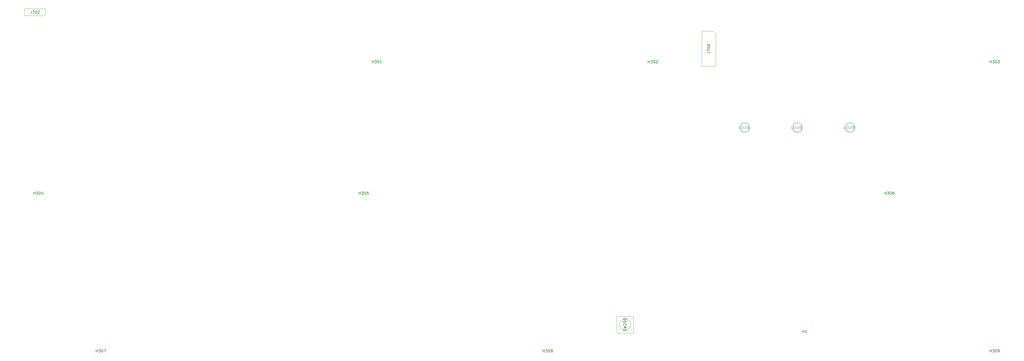
<source format=gbr>
G04 #@! TF.GenerationSoftware,KiCad,Pcbnew,7.0.2*
G04 #@! TF.CreationDate,2023-05-19T23:45:26-04:00*
G04 #@! TF.ProjectId,Boston-keyboard-V082DHA,426f7374-6f6e-42d6-9b65-79626f617264,rev?*
G04 #@! TF.SameCoordinates,Original*
G04 #@! TF.FileFunction,AssemblyDrawing,Top*
%FSLAX46Y46*%
G04 Gerber Fmt 4.6, Leading zero omitted, Abs format (unit mm)*
G04 Created by KiCad (PCBNEW 7.0.2) date 2023-05-19 23:45:26*
%MOMM*%
%LPD*%
G01*
G04 APERTURE LIST*
%ADD10C,0.150000*%
%ADD11C,0.120000*%
%ADD12C,0.100000*%
G04 APERTURE END LIST*
D10*
X358431595Y-147112119D02*
X358431595Y-146112119D01*
X358431595Y-146588309D02*
X359003023Y-146588309D01*
X359003023Y-147112119D02*
X359003023Y-146112119D01*
X360003023Y-147112119D02*
X359431595Y-147112119D01*
X359717309Y-147112119D02*
X359717309Y-146112119D01*
X359717309Y-146112119D02*
X359622071Y-146254976D01*
X359622071Y-146254976D02*
X359526833Y-146350214D01*
X359526833Y-146350214D02*
X359431595Y-146397833D01*
X302410914Y-49362611D02*
X302410914Y-48362611D01*
X302410914Y-48838801D02*
X302982342Y-48838801D01*
X302982342Y-49362611D02*
X302982342Y-48362611D01*
X303363295Y-48362611D02*
X303982342Y-48362611D01*
X303982342Y-48362611D02*
X303649009Y-48743563D01*
X303649009Y-48743563D02*
X303791866Y-48743563D01*
X303791866Y-48743563D02*
X303887104Y-48791182D01*
X303887104Y-48791182D02*
X303934723Y-48838801D01*
X303934723Y-48838801D02*
X303982342Y-48934039D01*
X303982342Y-48934039D02*
X303982342Y-49172134D01*
X303982342Y-49172134D02*
X303934723Y-49267372D01*
X303934723Y-49267372D02*
X303887104Y-49314992D01*
X303887104Y-49314992D02*
X303791866Y-49362611D01*
X303791866Y-49362611D02*
X303506152Y-49362611D01*
X303506152Y-49362611D02*
X303410914Y-49314992D01*
X303410914Y-49314992D02*
X303363295Y-49267372D01*
X304601390Y-48362611D02*
X304696628Y-48362611D01*
X304696628Y-48362611D02*
X304791866Y-48410230D01*
X304791866Y-48410230D02*
X304839485Y-48457849D01*
X304839485Y-48457849D02*
X304887104Y-48553087D01*
X304887104Y-48553087D02*
X304934723Y-48743563D01*
X304934723Y-48743563D02*
X304934723Y-48981658D01*
X304934723Y-48981658D02*
X304887104Y-49172134D01*
X304887104Y-49172134D02*
X304839485Y-49267372D01*
X304839485Y-49267372D02*
X304791866Y-49314992D01*
X304791866Y-49314992D02*
X304696628Y-49362611D01*
X304696628Y-49362611D02*
X304601390Y-49362611D01*
X304601390Y-49362611D02*
X304506152Y-49314992D01*
X304506152Y-49314992D02*
X304458533Y-49267372D01*
X304458533Y-49267372D02*
X304410914Y-49172134D01*
X304410914Y-49172134D02*
X304363295Y-48981658D01*
X304363295Y-48981658D02*
X304363295Y-48743563D01*
X304363295Y-48743563D02*
X304410914Y-48553087D01*
X304410914Y-48553087D02*
X304458533Y-48457849D01*
X304458533Y-48457849D02*
X304506152Y-48410230D01*
X304506152Y-48410230D02*
X304601390Y-48362611D01*
X305315676Y-48457849D02*
X305363295Y-48410230D01*
X305363295Y-48410230D02*
X305458533Y-48362611D01*
X305458533Y-48362611D02*
X305696628Y-48362611D01*
X305696628Y-48362611D02*
X305791866Y-48410230D01*
X305791866Y-48410230D02*
X305839485Y-48457849D01*
X305839485Y-48457849D02*
X305887104Y-48553087D01*
X305887104Y-48553087D02*
X305887104Y-48648325D01*
X305887104Y-48648325D02*
X305839485Y-48791182D01*
X305839485Y-48791182D02*
X305268057Y-49362611D01*
X305268057Y-49362611D02*
X305887104Y-49362611D01*
X388135986Y-96987651D02*
X388135986Y-95987651D01*
X388135986Y-96463841D02*
X388707414Y-96463841D01*
X388707414Y-96987651D02*
X388707414Y-95987651D01*
X389088367Y-95987651D02*
X389707414Y-95987651D01*
X389707414Y-95987651D02*
X389374081Y-96368603D01*
X389374081Y-96368603D02*
X389516938Y-96368603D01*
X389516938Y-96368603D02*
X389612176Y-96416222D01*
X389612176Y-96416222D02*
X389659795Y-96463841D01*
X389659795Y-96463841D02*
X389707414Y-96559079D01*
X389707414Y-96559079D02*
X389707414Y-96797174D01*
X389707414Y-96797174D02*
X389659795Y-96892412D01*
X389659795Y-96892412D02*
X389612176Y-96940032D01*
X389612176Y-96940032D02*
X389516938Y-96987651D01*
X389516938Y-96987651D02*
X389231224Y-96987651D01*
X389231224Y-96987651D02*
X389135986Y-96940032D01*
X389135986Y-96940032D02*
X389088367Y-96892412D01*
X390326462Y-95987651D02*
X390421700Y-95987651D01*
X390421700Y-95987651D02*
X390516938Y-96035270D01*
X390516938Y-96035270D02*
X390564557Y-96082889D01*
X390564557Y-96082889D02*
X390612176Y-96178127D01*
X390612176Y-96178127D02*
X390659795Y-96368603D01*
X390659795Y-96368603D02*
X390659795Y-96606698D01*
X390659795Y-96606698D02*
X390612176Y-96797174D01*
X390612176Y-96797174D02*
X390564557Y-96892412D01*
X390564557Y-96892412D02*
X390516938Y-96940032D01*
X390516938Y-96940032D02*
X390421700Y-96987651D01*
X390421700Y-96987651D02*
X390326462Y-96987651D01*
X390326462Y-96987651D02*
X390231224Y-96940032D01*
X390231224Y-96940032D02*
X390183605Y-96892412D01*
X390183605Y-96892412D02*
X390135986Y-96797174D01*
X390135986Y-96797174D02*
X390088367Y-96606698D01*
X390088367Y-96606698D02*
X390088367Y-96368603D01*
X390088367Y-96368603D02*
X390135986Y-96178127D01*
X390135986Y-96178127D02*
X390183605Y-96082889D01*
X390183605Y-96082889D02*
X390231224Y-96035270D01*
X390231224Y-96035270D02*
X390326462Y-95987651D01*
X391516938Y-95987651D02*
X391326462Y-95987651D01*
X391326462Y-95987651D02*
X391231224Y-96035270D01*
X391231224Y-96035270D02*
X391183605Y-96082889D01*
X391183605Y-96082889D02*
X391088367Y-96225746D01*
X391088367Y-96225746D02*
X391040748Y-96416222D01*
X391040748Y-96416222D02*
X391040748Y-96797174D01*
X391040748Y-96797174D02*
X391088367Y-96892412D01*
X391088367Y-96892412D02*
X391135986Y-96940032D01*
X391135986Y-96940032D02*
X391231224Y-96987651D01*
X391231224Y-96987651D02*
X391421700Y-96987651D01*
X391421700Y-96987651D02*
X391516938Y-96940032D01*
X391516938Y-96940032D02*
X391564557Y-96892412D01*
X391564557Y-96892412D02*
X391612176Y-96797174D01*
X391612176Y-96797174D02*
X391612176Y-96559079D01*
X391612176Y-96559079D02*
X391564557Y-96463841D01*
X391564557Y-96463841D02*
X391516938Y-96416222D01*
X391516938Y-96416222D02*
X391421700Y-96368603D01*
X391421700Y-96368603D02*
X391231224Y-96368603D01*
X391231224Y-96368603D02*
X391135986Y-96416222D01*
X391135986Y-96416222D02*
X391088367Y-96463841D01*
X391088367Y-96463841D02*
X391040748Y-96559079D01*
X426236018Y-49362611D02*
X426236018Y-48362611D01*
X426236018Y-48838801D02*
X426807446Y-48838801D01*
X426807446Y-49362611D02*
X426807446Y-48362611D01*
X427188399Y-48362611D02*
X427807446Y-48362611D01*
X427807446Y-48362611D02*
X427474113Y-48743563D01*
X427474113Y-48743563D02*
X427616970Y-48743563D01*
X427616970Y-48743563D02*
X427712208Y-48791182D01*
X427712208Y-48791182D02*
X427759827Y-48838801D01*
X427759827Y-48838801D02*
X427807446Y-48934039D01*
X427807446Y-48934039D02*
X427807446Y-49172134D01*
X427807446Y-49172134D02*
X427759827Y-49267372D01*
X427759827Y-49267372D02*
X427712208Y-49314992D01*
X427712208Y-49314992D02*
X427616970Y-49362611D01*
X427616970Y-49362611D02*
X427331256Y-49362611D01*
X427331256Y-49362611D02*
X427236018Y-49314992D01*
X427236018Y-49314992D02*
X427188399Y-49267372D01*
X428426494Y-48362611D02*
X428521732Y-48362611D01*
X428521732Y-48362611D02*
X428616970Y-48410230D01*
X428616970Y-48410230D02*
X428664589Y-48457849D01*
X428664589Y-48457849D02*
X428712208Y-48553087D01*
X428712208Y-48553087D02*
X428759827Y-48743563D01*
X428759827Y-48743563D02*
X428759827Y-48981658D01*
X428759827Y-48981658D02*
X428712208Y-49172134D01*
X428712208Y-49172134D02*
X428664589Y-49267372D01*
X428664589Y-49267372D02*
X428616970Y-49314992D01*
X428616970Y-49314992D02*
X428521732Y-49362611D01*
X428521732Y-49362611D02*
X428426494Y-49362611D01*
X428426494Y-49362611D02*
X428331256Y-49314992D01*
X428331256Y-49314992D02*
X428283637Y-49267372D01*
X428283637Y-49267372D02*
X428236018Y-49172134D01*
X428236018Y-49172134D02*
X428188399Y-48981658D01*
X428188399Y-48981658D02*
X428188399Y-48743563D01*
X428188399Y-48743563D02*
X428236018Y-48553087D01*
X428236018Y-48553087D02*
X428283637Y-48457849D01*
X428283637Y-48457849D02*
X428331256Y-48410230D01*
X428331256Y-48410230D02*
X428426494Y-48362611D01*
X429093161Y-48362611D02*
X429712208Y-48362611D01*
X429712208Y-48362611D02*
X429378875Y-48743563D01*
X429378875Y-48743563D02*
X429521732Y-48743563D01*
X429521732Y-48743563D02*
X429616970Y-48791182D01*
X429616970Y-48791182D02*
X429664589Y-48838801D01*
X429664589Y-48838801D02*
X429712208Y-48934039D01*
X429712208Y-48934039D02*
X429712208Y-49172134D01*
X429712208Y-49172134D02*
X429664589Y-49267372D01*
X429664589Y-49267372D02*
X429616970Y-49314992D01*
X429616970Y-49314992D02*
X429521732Y-49362611D01*
X429521732Y-49362611D02*
X429236018Y-49362611D01*
X429236018Y-49362611D02*
X429140780Y-49314992D01*
X429140780Y-49314992D02*
X429093161Y-49267372D01*
D11*
X335605356Y-73082595D02*
X335224404Y-73082595D01*
X335224404Y-73082595D02*
X335224404Y-72282595D01*
X335872023Y-72663547D02*
X336138689Y-72663547D01*
X336252975Y-73082595D02*
X335872023Y-73082595D01*
X335872023Y-73082595D02*
X335872023Y-72282595D01*
X335872023Y-72282595D02*
X336252975Y-72282595D01*
X336595833Y-73082595D02*
X336595833Y-72282595D01*
X336595833Y-72282595D02*
X336786309Y-72282595D01*
X336786309Y-72282595D02*
X336900595Y-72320690D01*
X336900595Y-72320690D02*
X336976785Y-72396880D01*
X336976785Y-72396880D02*
X337014880Y-72473071D01*
X337014880Y-72473071D02*
X337052976Y-72625452D01*
X337052976Y-72625452D02*
X337052976Y-72739738D01*
X337052976Y-72739738D02*
X337014880Y-72892119D01*
X337014880Y-72892119D02*
X336976785Y-72968309D01*
X336976785Y-72968309D02*
X336900595Y-73044500D01*
X336900595Y-73044500D02*
X336786309Y-73082595D01*
X336786309Y-73082595D02*
X336595833Y-73082595D01*
X337357737Y-72358785D02*
X337395833Y-72320690D01*
X337395833Y-72320690D02*
X337472023Y-72282595D01*
X337472023Y-72282595D02*
X337662499Y-72282595D01*
X337662499Y-72282595D02*
X337738690Y-72320690D01*
X337738690Y-72320690D02*
X337776785Y-72358785D01*
X337776785Y-72358785D02*
X337814880Y-72434976D01*
X337814880Y-72434976D02*
X337814880Y-72511166D01*
X337814880Y-72511166D02*
X337776785Y-72625452D01*
X337776785Y-72625452D02*
X337319642Y-73082595D01*
X337319642Y-73082595D02*
X337814880Y-73082595D01*
X338310119Y-72282595D02*
X338386309Y-72282595D01*
X338386309Y-72282595D02*
X338462500Y-72320690D01*
X338462500Y-72320690D02*
X338500595Y-72358785D01*
X338500595Y-72358785D02*
X338538690Y-72434976D01*
X338538690Y-72434976D02*
X338576785Y-72587357D01*
X338576785Y-72587357D02*
X338576785Y-72777833D01*
X338576785Y-72777833D02*
X338538690Y-72930214D01*
X338538690Y-72930214D02*
X338500595Y-73006404D01*
X338500595Y-73006404D02*
X338462500Y-73044500D01*
X338462500Y-73044500D02*
X338386309Y-73082595D01*
X338386309Y-73082595D02*
X338310119Y-73082595D01*
X338310119Y-73082595D02*
X338233928Y-73044500D01*
X338233928Y-73044500D02*
X338195833Y-73006404D01*
X338195833Y-73006404D02*
X338157738Y-72930214D01*
X338157738Y-72930214D02*
X338119642Y-72777833D01*
X338119642Y-72777833D02*
X338119642Y-72587357D01*
X338119642Y-72587357D02*
X338157738Y-72434976D01*
X338157738Y-72434976D02*
X338195833Y-72358785D01*
X338195833Y-72358785D02*
X338233928Y-72320690D01*
X338233928Y-72320690D02*
X338310119Y-72282595D01*
X339338690Y-73082595D02*
X338881547Y-73082595D01*
X339110119Y-73082595D02*
X339110119Y-72282595D01*
X339110119Y-72282595D02*
X339033928Y-72396880D01*
X339033928Y-72396880D02*
X338957738Y-72473071D01*
X338957738Y-72473071D02*
X338881547Y-72511166D01*
X354655356Y-73082595D02*
X354274404Y-73082595D01*
X354274404Y-73082595D02*
X354274404Y-72282595D01*
X354922023Y-72663547D02*
X355188689Y-72663547D01*
X355302975Y-73082595D02*
X354922023Y-73082595D01*
X354922023Y-73082595D02*
X354922023Y-72282595D01*
X354922023Y-72282595D02*
X355302975Y-72282595D01*
X355645833Y-73082595D02*
X355645833Y-72282595D01*
X355645833Y-72282595D02*
X355836309Y-72282595D01*
X355836309Y-72282595D02*
X355950595Y-72320690D01*
X355950595Y-72320690D02*
X356026785Y-72396880D01*
X356026785Y-72396880D02*
X356064880Y-72473071D01*
X356064880Y-72473071D02*
X356102976Y-72625452D01*
X356102976Y-72625452D02*
X356102976Y-72739738D01*
X356102976Y-72739738D02*
X356064880Y-72892119D01*
X356064880Y-72892119D02*
X356026785Y-72968309D01*
X356026785Y-72968309D02*
X355950595Y-73044500D01*
X355950595Y-73044500D02*
X355836309Y-73082595D01*
X355836309Y-73082595D02*
X355645833Y-73082595D01*
X356407737Y-72358785D02*
X356445833Y-72320690D01*
X356445833Y-72320690D02*
X356522023Y-72282595D01*
X356522023Y-72282595D02*
X356712499Y-72282595D01*
X356712499Y-72282595D02*
X356788690Y-72320690D01*
X356788690Y-72320690D02*
X356826785Y-72358785D01*
X356826785Y-72358785D02*
X356864880Y-72434976D01*
X356864880Y-72434976D02*
X356864880Y-72511166D01*
X356864880Y-72511166D02*
X356826785Y-72625452D01*
X356826785Y-72625452D02*
X356369642Y-73082595D01*
X356369642Y-73082595D02*
X356864880Y-73082595D01*
X357360119Y-72282595D02*
X357436309Y-72282595D01*
X357436309Y-72282595D02*
X357512500Y-72320690D01*
X357512500Y-72320690D02*
X357550595Y-72358785D01*
X357550595Y-72358785D02*
X357588690Y-72434976D01*
X357588690Y-72434976D02*
X357626785Y-72587357D01*
X357626785Y-72587357D02*
X357626785Y-72777833D01*
X357626785Y-72777833D02*
X357588690Y-72930214D01*
X357588690Y-72930214D02*
X357550595Y-73006404D01*
X357550595Y-73006404D02*
X357512500Y-73044500D01*
X357512500Y-73044500D02*
X357436309Y-73082595D01*
X357436309Y-73082595D02*
X357360119Y-73082595D01*
X357360119Y-73082595D02*
X357283928Y-73044500D01*
X357283928Y-73044500D02*
X357245833Y-73006404D01*
X357245833Y-73006404D02*
X357207738Y-72930214D01*
X357207738Y-72930214D02*
X357169642Y-72777833D01*
X357169642Y-72777833D02*
X357169642Y-72587357D01*
X357169642Y-72587357D02*
X357207738Y-72434976D01*
X357207738Y-72434976D02*
X357245833Y-72358785D01*
X357245833Y-72358785D02*
X357283928Y-72320690D01*
X357283928Y-72320690D02*
X357360119Y-72282595D01*
X357931547Y-72358785D02*
X357969643Y-72320690D01*
X357969643Y-72320690D02*
X358045833Y-72282595D01*
X358045833Y-72282595D02*
X358236309Y-72282595D01*
X358236309Y-72282595D02*
X358312500Y-72320690D01*
X358312500Y-72320690D02*
X358350595Y-72358785D01*
X358350595Y-72358785D02*
X358388690Y-72434976D01*
X358388690Y-72434976D02*
X358388690Y-72511166D01*
X358388690Y-72511166D02*
X358350595Y-72625452D01*
X358350595Y-72625452D02*
X357893452Y-73082595D01*
X357893452Y-73082595D02*
X358388690Y-73082595D01*
D10*
X294415000Y-146435713D02*
X294462619Y-146292856D01*
X294462619Y-146292856D02*
X294462619Y-146054761D01*
X294462619Y-146054761D02*
X294415000Y-145959523D01*
X294415000Y-145959523D02*
X294367380Y-145911904D01*
X294367380Y-145911904D02*
X294272142Y-145864285D01*
X294272142Y-145864285D02*
X294176904Y-145864285D01*
X294176904Y-145864285D02*
X294081666Y-145911904D01*
X294081666Y-145911904D02*
X294034047Y-145959523D01*
X294034047Y-145959523D02*
X293986428Y-146054761D01*
X293986428Y-146054761D02*
X293938809Y-146245237D01*
X293938809Y-146245237D02*
X293891190Y-146340475D01*
X293891190Y-146340475D02*
X293843571Y-146388094D01*
X293843571Y-146388094D02*
X293748333Y-146435713D01*
X293748333Y-146435713D02*
X293653095Y-146435713D01*
X293653095Y-146435713D02*
X293557857Y-146388094D01*
X293557857Y-146388094D02*
X293510238Y-146340475D01*
X293510238Y-146340475D02*
X293462619Y-146245237D01*
X293462619Y-146245237D02*
X293462619Y-146007142D01*
X293462619Y-146007142D02*
X293510238Y-145864285D01*
X293462619Y-145530951D02*
X294462619Y-145292856D01*
X294462619Y-145292856D02*
X293748333Y-145102380D01*
X293748333Y-145102380D02*
X294462619Y-144911904D01*
X294462619Y-144911904D02*
X293462619Y-144673809D01*
X293557857Y-144340475D02*
X293510238Y-144292856D01*
X293510238Y-144292856D02*
X293462619Y-144197618D01*
X293462619Y-144197618D02*
X293462619Y-143959523D01*
X293462619Y-143959523D02*
X293510238Y-143864285D01*
X293510238Y-143864285D02*
X293557857Y-143816666D01*
X293557857Y-143816666D02*
X293653095Y-143769047D01*
X293653095Y-143769047D02*
X293748333Y-143769047D01*
X293748333Y-143769047D02*
X293891190Y-143816666D01*
X293891190Y-143816666D02*
X294462619Y-144388094D01*
X294462619Y-144388094D02*
X294462619Y-143769047D01*
X293462619Y-143149999D02*
X293462619Y-143054761D01*
X293462619Y-143054761D02*
X293510238Y-142959523D01*
X293510238Y-142959523D02*
X293557857Y-142911904D01*
X293557857Y-142911904D02*
X293653095Y-142864285D01*
X293653095Y-142864285D02*
X293843571Y-142816666D01*
X293843571Y-142816666D02*
X294081666Y-142816666D01*
X294081666Y-142816666D02*
X294272142Y-142864285D01*
X294272142Y-142864285D02*
X294367380Y-142911904D01*
X294367380Y-142911904D02*
X294415000Y-142959523D01*
X294415000Y-142959523D02*
X294462619Y-143054761D01*
X294462619Y-143054761D02*
X294462619Y-143149999D01*
X294462619Y-143149999D02*
X294415000Y-143245237D01*
X294415000Y-143245237D02*
X294367380Y-143292856D01*
X294367380Y-143292856D02*
X294272142Y-143340475D01*
X294272142Y-143340475D02*
X294081666Y-143388094D01*
X294081666Y-143388094D02*
X293843571Y-143388094D01*
X293843571Y-143388094D02*
X293653095Y-143340475D01*
X293653095Y-143340475D02*
X293557857Y-143292856D01*
X293557857Y-143292856D02*
X293510238Y-143245237D01*
X293510238Y-143245237D02*
X293462619Y-143149999D01*
X293462619Y-142197618D02*
X293462619Y-142102380D01*
X293462619Y-142102380D02*
X293510238Y-142007142D01*
X293510238Y-142007142D02*
X293557857Y-141959523D01*
X293557857Y-141959523D02*
X293653095Y-141911904D01*
X293653095Y-141911904D02*
X293843571Y-141864285D01*
X293843571Y-141864285D02*
X294081666Y-141864285D01*
X294081666Y-141864285D02*
X294272142Y-141911904D01*
X294272142Y-141911904D02*
X294367380Y-141959523D01*
X294367380Y-141959523D02*
X294415000Y-142007142D01*
X294415000Y-142007142D02*
X294462619Y-142102380D01*
X294462619Y-142102380D02*
X294462619Y-142197618D01*
X294462619Y-142197618D02*
X294415000Y-142292856D01*
X294415000Y-142292856D02*
X294367380Y-142340475D01*
X294367380Y-142340475D02*
X294272142Y-142388094D01*
X294272142Y-142388094D02*
X294081666Y-142435713D01*
X294081666Y-142435713D02*
X293843571Y-142435713D01*
X293843571Y-142435713D02*
X293653095Y-142388094D01*
X293653095Y-142388094D02*
X293557857Y-142340475D01*
X293557857Y-142340475D02*
X293510238Y-142292856D01*
X293510238Y-142292856D02*
X293462619Y-142197618D01*
X78999285Y-30412619D02*
X78999285Y-31126904D01*
X78999285Y-31126904D02*
X78951666Y-31269761D01*
X78951666Y-31269761D02*
X78856428Y-31365000D01*
X78856428Y-31365000D02*
X78713571Y-31412619D01*
X78713571Y-31412619D02*
X78618333Y-31412619D01*
X79380238Y-30412619D02*
X80046904Y-30412619D01*
X80046904Y-30412619D02*
X79618333Y-31412619D01*
X80618333Y-30412619D02*
X80713571Y-30412619D01*
X80713571Y-30412619D02*
X80808809Y-30460238D01*
X80808809Y-30460238D02*
X80856428Y-30507857D01*
X80856428Y-30507857D02*
X80904047Y-30603095D01*
X80904047Y-30603095D02*
X80951666Y-30793571D01*
X80951666Y-30793571D02*
X80951666Y-31031666D01*
X80951666Y-31031666D02*
X80904047Y-31222142D01*
X80904047Y-31222142D02*
X80856428Y-31317380D01*
X80856428Y-31317380D02*
X80808809Y-31365000D01*
X80808809Y-31365000D02*
X80713571Y-31412619D01*
X80713571Y-31412619D02*
X80618333Y-31412619D01*
X80618333Y-31412619D02*
X80523095Y-31365000D01*
X80523095Y-31365000D02*
X80475476Y-31317380D01*
X80475476Y-31317380D02*
X80427857Y-31222142D01*
X80427857Y-31222142D02*
X80380238Y-31031666D01*
X80380238Y-31031666D02*
X80380238Y-30793571D01*
X80380238Y-30793571D02*
X80427857Y-30603095D01*
X80427857Y-30603095D02*
X80475476Y-30507857D01*
X80475476Y-30507857D02*
X80523095Y-30460238D01*
X80523095Y-30460238D02*
X80618333Y-30412619D01*
X81332619Y-30507857D02*
X81380238Y-30460238D01*
X81380238Y-30460238D02*
X81475476Y-30412619D01*
X81475476Y-30412619D02*
X81713571Y-30412619D01*
X81713571Y-30412619D02*
X81808809Y-30460238D01*
X81808809Y-30460238D02*
X81856428Y-30507857D01*
X81856428Y-30507857D02*
X81904047Y-30603095D01*
X81904047Y-30603095D02*
X81904047Y-30698333D01*
X81904047Y-30698333D02*
X81856428Y-30841190D01*
X81856428Y-30841190D02*
X81285000Y-31412619D01*
X81285000Y-31412619D02*
X81904047Y-31412619D01*
X264310882Y-154137699D02*
X264310882Y-153137699D01*
X264310882Y-153613889D02*
X264882310Y-153613889D01*
X264882310Y-154137699D02*
X264882310Y-153137699D01*
X265263263Y-153137699D02*
X265882310Y-153137699D01*
X265882310Y-153137699D02*
X265548977Y-153518651D01*
X265548977Y-153518651D02*
X265691834Y-153518651D01*
X265691834Y-153518651D02*
X265787072Y-153566270D01*
X265787072Y-153566270D02*
X265834691Y-153613889D01*
X265834691Y-153613889D02*
X265882310Y-153709127D01*
X265882310Y-153709127D02*
X265882310Y-153947222D01*
X265882310Y-153947222D02*
X265834691Y-154042460D01*
X265834691Y-154042460D02*
X265787072Y-154090080D01*
X265787072Y-154090080D02*
X265691834Y-154137699D01*
X265691834Y-154137699D02*
X265406120Y-154137699D01*
X265406120Y-154137699D02*
X265310882Y-154090080D01*
X265310882Y-154090080D02*
X265263263Y-154042460D01*
X266501358Y-153137699D02*
X266596596Y-153137699D01*
X266596596Y-153137699D02*
X266691834Y-153185318D01*
X266691834Y-153185318D02*
X266739453Y-153232937D01*
X266739453Y-153232937D02*
X266787072Y-153328175D01*
X266787072Y-153328175D02*
X266834691Y-153518651D01*
X266834691Y-153518651D02*
X266834691Y-153756746D01*
X266834691Y-153756746D02*
X266787072Y-153947222D01*
X266787072Y-153947222D02*
X266739453Y-154042460D01*
X266739453Y-154042460D02*
X266691834Y-154090080D01*
X266691834Y-154090080D02*
X266596596Y-154137699D01*
X266596596Y-154137699D02*
X266501358Y-154137699D01*
X266501358Y-154137699D02*
X266406120Y-154090080D01*
X266406120Y-154090080D02*
X266358501Y-154042460D01*
X266358501Y-154042460D02*
X266310882Y-153947222D01*
X266310882Y-153947222D02*
X266263263Y-153756746D01*
X266263263Y-153756746D02*
X266263263Y-153518651D01*
X266263263Y-153518651D02*
X266310882Y-153328175D01*
X266310882Y-153328175D02*
X266358501Y-153232937D01*
X266358501Y-153232937D02*
X266406120Y-153185318D01*
X266406120Y-153185318D02*
X266501358Y-153137699D01*
X267406120Y-153566270D02*
X267310882Y-153518651D01*
X267310882Y-153518651D02*
X267263263Y-153471032D01*
X267263263Y-153471032D02*
X267215644Y-153375794D01*
X267215644Y-153375794D02*
X267215644Y-153328175D01*
X267215644Y-153328175D02*
X267263263Y-153232937D01*
X267263263Y-153232937D02*
X267310882Y-153185318D01*
X267310882Y-153185318D02*
X267406120Y-153137699D01*
X267406120Y-153137699D02*
X267596596Y-153137699D01*
X267596596Y-153137699D02*
X267691834Y-153185318D01*
X267691834Y-153185318D02*
X267739453Y-153232937D01*
X267739453Y-153232937D02*
X267787072Y-153328175D01*
X267787072Y-153328175D02*
X267787072Y-153375794D01*
X267787072Y-153375794D02*
X267739453Y-153471032D01*
X267739453Y-153471032D02*
X267691834Y-153518651D01*
X267691834Y-153518651D02*
X267596596Y-153566270D01*
X267596596Y-153566270D02*
X267406120Y-153566270D01*
X267406120Y-153566270D02*
X267310882Y-153613889D01*
X267310882Y-153613889D02*
X267263263Y-153661508D01*
X267263263Y-153661508D02*
X267215644Y-153756746D01*
X267215644Y-153756746D02*
X267215644Y-153947222D01*
X267215644Y-153947222D02*
X267263263Y-154042460D01*
X267263263Y-154042460D02*
X267310882Y-154090080D01*
X267310882Y-154090080D02*
X267406120Y-154137699D01*
X267406120Y-154137699D02*
X267596596Y-154137699D01*
X267596596Y-154137699D02*
X267691834Y-154090080D01*
X267691834Y-154090080D02*
X267739453Y-154042460D01*
X267739453Y-154042460D02*
X267787072Y-153947222D01*
X267787072Y-153947222D02*
X267787072Y-153756746D01*
X267787072Y-153756746D02*
X267739453Y-153661508D01*
X267739453Y-153661508D02*
X267691834Y-153613889D01*
X267691834Y-153613889D02*
X267596596Y-153566270D01*
X197635826Y-96987651D02*
X197635826Y-95987651D01*
X197635826Y-96463841D02*
X198207254Y-96463841D01*
X198207254Y-96987651D02*
X198207254Y-95987651D01*
X198588207Y-95987651D02*
X199207254Y-95987651D01*
X199207254Y-95987651D02*
X198873921Y-96368603D01*
X198873921Y-96368603D02*
X199016778Y-96368603D01*
X199016778Y-96368603D02*
X199112016Y-96416222D01*
X199112016Y-96416222D02*
X199159635Y-96463841D01*
X199159635Y-96463841D02*
X199207254Y-96559079D01*
X199207254Y-96559079D02*
X199207254Y-96797174D01*
X199207254Y-96797174D02*
X199159635Y-96892412D01*
X199159635Y-96892412D02*
X199112016Y-96940032D01*
X199112016Y-96940032D02*
X199016778Y-96987651D01*
X199016778Y-96987651D02*
X198731064Y-96987651D01*
X198731064Y-96987651D02*
X198635826Y-96940032D01*
X198635826Y-96940032D02*
X198588207Y-96892412D01*
X199826302Y-95987651D02*
X199921540Y-95987651D01*
X199921540Y-95987651D02*
X200016778Y-96035270D01*
X200016778Y-96035270D02*
X200064397Y-96082889D01*
X200064397Y-96082889D02*
X200112016Y-96178127D01*
X200112016Y-96178127D02*
X200159635Y-96368603D01*
X200159635Y-96368603D02*
X200159635Y-96606698D01*
X200159635Y-96606698D02*
X200112016Y-96797174D01*
X200112016Y-96797174D02*
X200064397Y-96892412D01*
X200064397Y-96892412D02*
X200016778Y-96940032D01*
X200016778Y-96940032D02*
X199921540Y-96987651D01*
X199921540Y-96987651D02*
X199826302Y-96987651D01*
X199826302Y-96987651D02*
X199731064Y-96940032D01*
X199731064Y-96940032D02*
X199683445Y-96892412D01*
X199683445Y-96892412D02*
X199635826Y-96797174D01*
X199635826Y-96797174D02*
X199588207Y-96606698D01*
X199588207Y-96606698D02*
X199588207Y-96368603D01*
X199588207Y-96368603D02*
X199635826Y-96178127D01*
X199635826Y-96178127D02*
X199683445Y-96082889D01*
X199683445Y-96082889D02*
X199731064Y-96035270D01*
X199731064Y-96035270D02*
X199826302Y-95987651D01*
X201064397Y-95987651D02*
X200588207Y-95987651D01*
X200588207Y-95987651D02*
X200540588Y-96463841D01*
X200540588Y-96463841D02*
X200588207Y-96416222D01*
X200588207Y-96416222D02*
X200683445Y-96368603D01*
X200683445Y-96368603D02*
X200921540Y-96368603D01*
X200921540Y-96368603D02*
X201016778Y-96416222D01*
X201016778Y-96416222D02*
X201064397Y-96463841D01*
X201064397Y-96463841D02*
X201112016Y-96559079D01*
X201112016Y-96559079D02*
X201112016Y-96797174D01*
X201112016Y-96797174D02*
X201064397Y-96892412D01*
X201064397Y-96892412D02*
X201016778Y-96940032D01*
X201016778Y-96940032D02*
X200921540Y-96987651D01*
X200921540Y-96987651D02*
X200683445Y-96987651D01*
X200683445Y-96987651D02*
X200588207Y-96940032D01*
X200588207Y-96940032D02*
X200540588Y-96892412D01*
X102385746Y-154137699D02*
X102385746Y-153137699D01*
X102385746Y-153613889D02*
X102957174Y-153613889D01*
X102957174Y-154137699D02*
X102957174Y-153137699D01*
X103338127Y-153137699D02*
X103957174Y-153137699D01*
X103957174Y-153137699D02*
X103623841Y-153518651D01*
X103623841Y-153518651D02*
X103766698Y-153518651D01*
X103766698Y-153518651D02*
X103861936Y-153566270D01*
X103861936Y-153566270D02*
X103909555Y-153613889D01*
X103909555Y-153613889D02*
X103957174Y-153709127D01*
X103957174Y-153709127D02*
X103957174Y-153947222D01*
X103957174Y-153947222D02*
X103909555Y-154042460D01*
X103909555Y-154042460D02*
X103861936Y-154090080D01*
X103861936Y-154090080D02*
X103766698Y-154137699D01*
X103766698Y-154137699D02*
X103480984Y-154137699D01*
X103480984Y-154137699D02*
X103385746Y-154090080D01*
X103385746Y-154090080D02*
X103338127Y-154042460D01*
X104576222Y-153137699D02*
X104671460Y-153137699D01*
X104671460Y-153137699D02*
X104766698Y-153185318D01*
X104766698Y-153185318D02*
X104814317Y-153232937D01*
X104814317Y-153232937D02*
X104861936Y-153328175D01*
X104861936Y-153328175D02*
X104909555Y-153518651D01*
X104909555Y-153518651D02*
X104909555Y-153756746D01*
X104909555Y-153756746D02*
X104861936Y-153947222D01*
X104861936Y-153947222D02*
X104814317Y-154042460D01*
X104814317Y-154042460D02*
X104766698Y-154090080D01*
X104766698Y-154090080D02*
X104671460Y-154137699D01*
X104671460Y-154137699D02*
X104576222Y-154137699D01*
X104576222Y-154137699D02*
X104480984Y-154090080D01*
X104480984Y-154090080D02*
X104433365Y-154042460D01*
X104433365Y-154042460D02*
X104385746Y-153947222D01*
X104385746Y-153947222D02*
X104338127Y-153756746D01*
X104338127Y-153756746D02*
X104338127Y-153518651D01*
X104338127Y-153518651D02*
X104385746Y-153328175D01*
X104385746Y-153328175D02*
X104433365Y-153232937D01*
X104433365Y-153232937D02*
X104480984Y-153185318D01*
X104480984Y-153185318D02*
X104576222Y-153137699D01*
X105242889Y-153137699D02*
X105909555Y-153137699D01*
X105909555Y-153137699D02*
X105480984Y-154137699D01*
X202398214Y-49362619D02*
X202398214Y-48362619D01*
X202398214Y-48838809D02*
X202969642Y-48838809D01*
X202969642Y-49362619D02*
X202969642Y-48362619D01*
X203350595Y-48362619D02*
X203969642Y-48362619D01*
X203969642Y-48362619D02*
X203636309Y-48743571D01*
X203636309Y-48743571D02*
X203779166Y-48743571D01*
X203779166Y-48743571D02*
X203874404Y-48791190D01*
X203874404Y-48791190D02*
X203922023Y-48838809D01*
X203922023Y-48838809D02*
X203969642Y-48934047D01*
X203969642Y-48934047D02*
X203969642Y-49172142D01*
X203969642Y-49172142D02*
X203922023Y-49267380D01*
X203922023Y-49267380D02*
X203874404Y-49315000D01*
X203874404Y-49315000D02*
X203779166Y-49362619D01*
X203779166Y-49362619D02*
X203493452Y-49362619D01*
X203493452Y-49362619D02*
X203398214Y-49315000D01*
X203398214Y-49315000D02*
X203350595Y-49267380D01*
X204588690Y-48362619D02*
X204683928Y-48362619D01*
X204683928Y-48362619D02*
X204779166Y-48410238D01*
X204779166Y-48410238D02*
X204826785Y-48457857D01*
X204826785Y-48457857D02*
X204874404Y-48553095D01*
X204874404Y-48553095D02*
X204922023Y-48743571D01*
X204922023Y-48743571D02*
X204922023Y-48981666D01*
X204922023Y-48981666D02*
X204874404Y-49172142D01*
X204874404Y-49172142D02*
X204826785Y-49267380D01*
X204826785Y-49267380D02*
X204779166Y-49315000D01*
X204779166Y-49315000D02*
X204683928Y-49362619D01*
X204683928Y-49362619D02*
X204588690Y-49362619D01*
X204588690Y-49362619D02*
X204493452Y-49315000D01*
X204493452Y-49315000D02*
X204445833Y-49267380D01*
X204445833Y-49267380D02*
X204398214Y-49172142D01*
X204398214Y-49172142D02*
X204350595Y-48981666D01*
X204350595Y-48981666D02*
X204350595Y-48743571D01*
X204350595Y-48743571D02*
X204398214Y-48553095D01*
X204398214Y-48553095D02*
X204445833Y-48457857D01*
X204445833Y-48457857D02*
X204493452Y-48410238D01*
X204493452Y-48410238D02*
X204588690Y-48362619D01*
X205874404Y-49362619D02*
X205302976Y-49362619D01*
X205588690Y-49362619D02*
X205588690Y-48362619D01*
X205588690Y-48362619D02*
X205493452Y-48505476D01*
X205493452Y-48505476D02*
X205398214Y-48600714D01*
X205398214Y-48600714D02*
X205302976Y-48648333D01*
X426236018Y-154137699D02*
X426236018Y-153137699D01*
X426236018Y-153613889D02*
X426807446Y-153613889D01*
X426807446Y-154137699D02*
X426807446Y-153137699D01*
X427188399Y-153137699D02*
X427807446Y-153137699D01*
X427807446Y-153137699D02*
X427474113Y-153518651D01*
X427474113Y-153518651D02*
X427616970Y-153518651D01*
X427616970Y-153518651D02*
X427712208Y-153566270D01*
X427712208Y-153566270D02*
X427759827Y-153613889D01*
X427759827Y-153613889D02*
X427807446Y-153709127D01*
X427807446Y-153709127D02*
X427807446Y-153947222D01*
X427807446Y-153947222D02*
X427759827Y-154042460D01*
X427759827Y-154042460D02*
X427712208Y-154090080D01*
X427712208Y-154090080D02*
X427616970Y-154137699D01*
X427616970Y-154137699D02*
X427331256Y-154137699D01*
X427331256Y-154137699D02*
X427236018Y-154090080D01*
X427236018Y-154090080D02*
X427188399Y-154042460D01*
X428426494Y-153137699D02*
X428521732Y-153137699D01*
X428521732Y-153137699D02*
X428616970Y-153185318D01*
X428616970Y-153185318D02*
X428664589Y-153232937D01*
X428664589Y-153232937D02*
X428712208Y-153328175D01*
X428712208Y-153328175D02*
X428759827Y-153518651D01*
X428759827Y-153518651D02*
X428759827Y-153756746D01*
X428759827Y-153756746D02*
X428712208Y-153947222D01*
X428712208Y-153947222D02*
X428664589Y-154042460D01*
X428664589Y-154042460D02*
X428616970Y-154090080D01*
X428616970Y-154090080D02*
X428521732Y-154137699D01*
X428521732Y-154137699D02*
X428426494Y-154137699D01*
X428426494Y-154137699D02*
X428331256Y-154090080D01*
X428331256Y-154090080D02*
X428283637Y-154042460D01*
X428283637Y-154042460D02*
X428236018Y-153947222D01*
X428236018Y-153947222D02*
X428188399Y-153756746D01*
X428188399Y-153756746D02*
X428188399Y-153518651D01*
X428188399Y-153518651D02*
X428236018Y-153328175D01*
X428236018Y-153328175D02*
X428283637Y-153232937D01*
X428283637Y-153232937D02*
X428331256Y-153185318D01*
X428331256Y-153185318D02*
X428426494Y-153137699D01*
X429236018Y-154137699D02*
X429426494Y-154137699D01*
X429426494Y-154137699D02*
X429521732Y-154090080D01*
X429521732Y-154090080D02*
X429569351Y-154042460D01*
X429569351Y-154042460D02*
X429664589Y-153899603D01*
X429664589Y-153899603D02*
X429712208Y-153709127D01*
X429712208Y-153709127D02*
X429712208Y-153328175D01*
X429712208Y-153328175D02*
X429664589Y-153232937D01*
X429664589Y-153232937D02*
X429616970Y-153185318D01*
X429616970Y-153185318D02*
X429521732Y-153137699D01*
X429521732Y-153137699D02*
X429331256Y-153137699D01*
X429331256Y-153137699D02*
X429236018Y-153185318D01*
X429236018Y-153185318D02*
X429188399Y-153232937D01*
X429188399Y-153232937D02*
X429140780Y-153328175D01*
X429140780Y-153328175D02*
X429140780Y-153566270D01*
X429140780Y-153566270D02*
X429188399Y-153661508D01*
X429188399Y-153661508D02*
X429236018Y-153709127D01*
X429236018Y-153709127D02*
X429331256Y-153756746D01*
X429331256Y-153756746D02*
X429521732Y-153756746D01*
X429521732Y-153756746D02*
X429616970Y-153709127D01*
X429616970Y-153709127D02*
X429664589Y-153661508D01*
X429664589Y-153661508D02*
X429712208Y-153566270D01*
X79763852Y-96987651D02*
X79763852Y-95987651D01*
X79763852Y-96463841D02*
X80335280Y-96463841D01*
X80335280Y-96987651D02*
X80335280Y-95987651D01*
X80716233Y-95987651D02*
X81335280Y-95987651D01*
X81335280Y-95987651D02*
X81001947Y-96368603D01*
X81001947Y-96368603D02*
X81144804Y-96368603D01*
X81144804Y-96368603D02*
X81240042Y-96416222D01*
X81240042Y-96416222D02*
X81287661Y-96463841D01*
X81287661Y-96463841D02*
X81335280Y-96559079D01*
X81335280Y-96559079D02*
X81335280Y-96797174D01*
X81335280Y-96797174D02*
X81287661Y-96892412D01*
X81287661Y-96892412D02*
X81240042Y-96940032D01*
X81240042Y-96940032D02*
X81144804Y-96987651D01*
X81144804Y-96987651D02*
X80859090Y-96987651D01*
X80859090Y-96987651D02*
X80763852Y-96940032D01*
X80763852Y-96940032D02*
X80716233Y-96892412D01*
X81954328Y-95987651D02*
X82049566Y-95987651D01*
X82049566Y-95987651D02*
X82144804Y-96035270D01*
X82144804Y-96035270D02*
X82192423Y-96082889D01*
X82192423Y-96082889D02*
X82240042Y-96178127D01*
X82240042Y-96178127D02*
X82287661Y-96368603D01*
X82287661Y-96368603D02*
X82287661Y-96606698D01*
X82287661Y-96606698D02*
X82240042Y-96797174D01*
X82240042Y-96797174D02*
X82192423Y-96892412D01*
X82192423Y-96892412D02*
X82144804Y-96940032D01*
X82144804Y-96940032D02*
X82049566Y-96987651D01*
X82049566Y-96987651D02*
X81954328Y-96987651D01*
X81954328Y-96987651D02*
X81859090Y-96940032D01*
X81859090Y-96940032D02*
X81811471Y-96892412D01*
X81811471Y-96892412D02*
X81763852Y-96797174D01*
X81763852Y-96797174D02*
X81716233Y-96606698D01*
X81716233Y-96606698D02*
X81716233Y-96368603D01*
X81716233Y-96368603D02*
X81763852Y-96178127D01*
X81763852Y-96178127D02*
X81811471Y-96082889D01*
X81811471Y-96082889D02*
X81859090Y-96035270D01*
X81859090Y-96035270D02*
X81954328Y-95987651D01*
X83144804Y-96320984D02*
X83144804Y-96987651D01*
X82906709Y-95940032D02*
X82668614Y-96654317D01*
X82668614Y-96654317D02*
X83287661Y-96654317D01*
X323848244Y-45453214D02*
X324562529Y-45453214D01*
X324562529Y-45453214D02*
X324705386Y-45500833D01*
X324705386Y-45500833D02*
X324800625Y-45596071D01*
X324800625Y-45596071D02*
X324848244Y-45738928D01*
X324848244Y-45738928D02*
X324848244Y-45834166D01*
X323848244Y-45072261D02*
X323848244Y-44405595D01*
X323848244Y-44405595D02*
X324848244Y-44834166D01*
X323848244Y-43834166D02*
X323848244Y-43738928D01*
X323848244Y-43738928D02*
X323895863Y-43643690D01*
X323895863Y-43643690D02*
X323943482Y-43596071D01*
X323943482Y-43596071D02*
X324038720Y-43548452D01*
X324038720Y-43548452D02*
X324229196Y-43500833D01*
X324229196Y-43500833D02*
X324467291Y-43500833D01*
X324467291Y-43500833D02*
X324657767Y-43548452D01*
X324657767Y-43548452D02*
X324753005Y-43596071D01*
X324753005Y-43596071D02*
X324800625Y-43643690D01*
X324800625Y-43643690D02*
X324848244Y-43738928D01*
X324848244Y-43738928D02*
X324848244Y-43834166D01*
X324848244Y-43834166D02*
X324800625Y-43929404D01*
X324800625Y-43929404D02*
X324753005Y-43977023D01*
X324753005Y-43977023D02*
X324657767Y-44024642D01*
X324657767Y-44024642D02*
X324467291Y-44072261D01*
X324467291Y-44072261D02*
X324229196Y-44072261D01*
X324229196Y-44072261D02*
X324038720Y-44024642D01*
X324038720Y-44024642D02*
X323943482Y-43977023D01*
X323943482Y-43977023D02*
X323895863Y-43929404D01*
X323895863Y-43929404D02*
X323848244Y-43834166D01*
X323848244Y-42643690D02*
X323848244Y-42834166D01*
X323848244Y-42834166D02*
X323895863Y-42929404D01*
X323895863Y-42929404D02*
X323943482Y-42977023D01*
X323943482Y-42977023D02*
X324086339Y-43072261D01*
X324086339Y-43072261D02*
X324276815Y-43119880D01*
X324276815Y-43119880D02*
X324657767Y-43119880D01*
X324657767Y-43119880D02*
X324753005Y-43072261D01*
X324753005Y-43072261D02*
X324800625Y-43024642D01*
X324800625Y-43024642D02*
X324848244Y-42929404D01*
X324848244Y-42929404D02*
X324848244Y-42738928D01*
X324848244Y-42738928D02*
X324800625Y-42643690D01*
X324800625Y-42643690D02*
X324753005Y-42596071D01*
X324753005Y-42596071D02*
X324657767Y-42548452D01*
X324657767Y-42548452D02*
X324419672Y-42548452D01*
X324419672Y-42548452D02*
X324324434Y-42596071D01*
X324324434Y-42596071D02*
X324276815Y-42643690D01*
X324276815Y-42643690D02*
X324229196Y-42738928D01*
X324229196Y-42738928D02*
X324229196Y-42929404D01*
X324229196Y-42929404D02*
X324276815Y-43024642D01*
X324276815Y-43024642D02*
X324324434Y-43072261D01*
X324324434Y-43072261D02*
X324419672Y-43119880D01*
D11*
X373705356Y-73082595D02*
X373324404Y-73082595D01*
X373324404Y-73082595D02*
X373324404Y-72282595D01*
X373972023Y-72663547D02*
X374238689Y-72663547D01*
X374352975Y-73082595D02*
X373972023Y-73082595D01*
X373972023Y-73082595D02*
X373972023Y-72282595D01*
X373972023Y-72282595D02*
X374352975Y-72282595D01*
X374695833Y-73082595D02*
X374695833Y-72282595D01*
X374695833Y-72282595D02*
X374886309Y-72282595D01*
X374886309Y-72282595D02*
X375000595Y-72320690D01*
X375000595Y-72320690D02*
X375076785Y-72396880D01*
X375076785Y-72396880D02*
X375114880Y-72473071D01*
X375114880Y-72473071D02*
X375152976Y-72625452D01*
X375152976Y-72625452D02*
X375152976Y-72739738D01*
X375152976Y-72739738D02*
X375114880Y-72892119D01*
X375114880Y-72892119D02*
X375076785Y-72968309D01*
X375076785Y-72968309D02*
X375000595Y-73044500D01*
X375000595Y-73044500D02*
X374886309Y-73082595D01*
X374886309Y-73082595D02*
X374695833Y-73082595D01*
X375457737Y-72358785D02*
X375495833Y-72320690D01*
X375495833Y-72320690D02*
X375572023Y-72282595D01*
X375572023Y-72282595D02*
X375762499Y-72282595D01*
X375762499Y-72282595D02*
X375838690Y-72320690D01*
X375838690Y-72320690D02*
X375876785Y-72358785D01*
X375876785Y-72358785D02*
X375914880Y-72434976D01*
X375914880Y-72434976D02*
X375914880Y-72511166D01*
X375914880Y-72511166D02*
X375876785Y-72625452D01*
X375876785Y-72625452D02*
X375419642Y-73082595D01*
X375419642Y-73082595D02*
X375914880Y-73082595D01*
X376410119Y-72282595D02*
X376486309Y-72282595D01*
X376486309Y-72282595D02*
X376562500Y-72320690D01*
X376562500Y-72320690D02*
X376600595Y-72358785D01*
X376600595Y-72358785D02*
X376638690Y-72434976D01*
X376638690Y-72434976D02*
X376676785Y-72587357D01*
X376676785Y-72587357D02*
X376676785Y-72777833D01*
X376676785Y-72777833D02*
X376638690Y-72930214D01*
X376638690Y-72930214D02*
X376600595Y-73006404D01*
X376600595Y-73006404D02*
X376562500Y-73044500D01*
X376562500Y-73044500D02*
X376486309Y-73082595D01*
X376486309Y-73082595D02*
X376410119Y-73082595D01*
X376410119Y-73082595D02*
X376333928Y-73044500D01*
X376333928Y-73044500D02*
X376295833Y-73006404D01*
X376295833Y-73006404D02*
X376257738Y-72930214D01*
X376257738Y-72930214D02*
X376219642Y-72777833D01*
X376219642Y-72777833D02*
X376219642Y-72587357D01*
X376219642Y-72587357D02*
X376257738Y-72434976D01*
X376257738Y-72434976D02*
X376295833Y-72358785D01*
X376295833Y-72358785D02*
X376333928Y-72320690D01*
X376333928Y-72320690D02*
X376410119Y-72282595D01*
X376943452Y-72282595D02*
X377438690Y-72282595D01*
X377438690Y-72282595D02*
X377172024Y-72587357D01*
X377172024Y-72587357D02*
X377286309Y-72587357D01*
X377286309Y-72587357D02*
X377362500Y-72625452D01*
X377362500Y-72625452D02*
X377400595Y-72663547D01*
X377400595Y-72663547D02*
X377438690Y-72739738D01*
X377438690Y-72739738D02*
X377438690Y-72930214D01*
X377438690Y-72930214D02*
X377400595Y-73006404D01*
X377400595Y-73006404D02*
X377362500Y-73044500D01*
X377362500Y-73044500D02*
X377286309Y-73082595D01*
X377286309Y-73082595D02*
X377057738Y-73082595D01*
X377057738Y-73082595D02*
X376981547Y-73044500D01*
X376981547Y-73044500D02*
X376943452Y-73006404D01*
D12*
X338962500Y-73878690D02*
X338962500Y-71546310D01*
X338963054Y-71547025D02*
G75*
G03*
X338962499Y-73878690I-1500554J-1165475D01*
G01*
X338962500Y-72712500D02*
G75*
G03*
X338962500Y-72712500I-1500000J0D01*
G01*
X358012500Y-73878690D02*
X358012500Y-71546310D01*
X358013054Y-71547025D02*
G75*
G03*
X358012499Y-73878690I-1500554J-1165475D01*
G01*
X358012500Y-72712500D02*
G75*
G03*
X358012500Y-72712500I-1500000J0D01*
G01*
X291000000Y-147150000D02*
X291000000Y-144150000D01*
X297000000Y-147150000D02*
X291000000Y-147150000D01*
X291000000Y-144150000D02*
X291000000Y-141150000D01*
X291000000Y-141150000D02*
X297000000Y-141150000D01*
X297000000Y-141150000D02*
X297000000Y-147150000D01*
X296015564Y-144150000D02*
G75*
G03*
X296015564Y-144150000I-2015564J0D01*
G01*
X84095000Y-29680000D02*
X84095000Y-31585000D01*
X76475000Y-29680000D02*
X84095000Y-29680000D01*
X84095000Y-31585000D02*
X83460000Y-32220000D01*
X83460000Y-32220000D02*
X76475000Y-32220000D01*
X76475000Y-32220000D02*
X76475000Y-29680000D01*
X321845625Y-37817500D02*
X325925625Y-37817500D01*
X321845625Y-50517500D02*
X321845625Y-37817500D01*
X325925625Y-37817500D02*
X326925625Y-38817500D01*
X326925625Y-38817500D02*
X326925625Y-50517500D01*
X326925625Y-50517500D02*
X321845625Y-50517500D01*
X377062500Y-73878690D02*
X377062500Y-71546310D01*
X377063054Y-71547025D02*
G75*
G03*
X377062499Y-73878690I-1500554J-1165475D01*
G01*
X377062500Y-72712500D02*
G75*
G03*
X377062500Y-72712500I-1500000J0D01*
G01*
M02*

</source>
